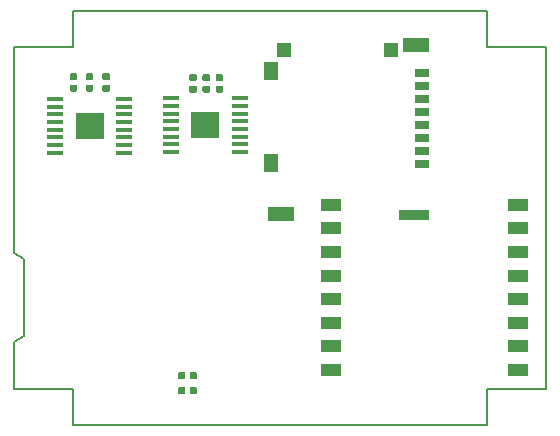
<source format=gbp>
G04 #@! TF.GenerationSoftware,KiCad,Pcbnew,(5.1.4)-1*
G04 #@! TF.CreationDate,2019-10-25T18:25:26-07:00*
G04 #@! TF.ProjectId,mainboard,6d61696e-626f-4617-9264-2e6b69636164,rev?*
G04 #@! TF.SameCoordinates,Original*
G04 #@! TF.FileFunction,Paste,Bot*
G04 #@! TF.FilePolarity,Positive*
%FSLAX46Y46*%
G04 Gerber Fmt 4.6, Leading zero omitted, Abs format (unit mm)*
G04 Created by KiCad (PCBNEW (5.1.4)-1) date 2019-10-25 18:25:26*
%MOMM*%
%LPD*%
G04 APERTURE LIST*
%ADD10C,0.150000*%
%ADD11C,0.100000*%
%ADD12C,0.590000*%
%ADD13R,2.460000X2.310000*%
%ADD14R,1.475000X0.450000*%
%ADD15R,1.800000X1.000000*%
%ADD16R,1.150000X1.500000*%
%ADD17R,2.200000X1.150000*%
%ADD18R,1.200000X1.160000*%
%ADD19R,1.250000X1.160000*%
%ADD20R,2.500000X0.950000*%
%ADD21R,1.240000X0.800000*%
G04 APERTURE END LIST*
D10*
X116700300Y-106041600D02*
X116700300Y-109041600D01*
X116700300Y-74041600D02*
X116700300Y-77041600D01*
X121710300Y-106041600D02*
X116700300Y-106041600D01*
X121710300Y-77041600D02*
X116700300Y-77041600D01*
X81725100Y-77041600D02*
X81725100Y-74041600D01*
X76715100Y-106041600D02*
X76721300Y-102057200D01*
X81725100Y-106041600D02*
X76715100Y-106041600D01*
X81725100Y-77041600D02*
X76715100Y-77041600D01*
X77532900Y-95021400D02*
X76708000Y-94513400D01*
X121710300Y-106041600D02*
X121710300Y-77041600D01*
X77546200Y-101549200D02*
X76721300Y-102057200D01*
X81725100Y-106041600D02*
X81725100Y-109041600D01*
X77532900Y-95021400D02*
X77546200Y-101549200D01*
X81725100Y-109041600D02*
X116700300Y-109041600D01*
X116700300Y-74041600D02*
X81725100Y-74041600D01*
X76715100Y-77041600D02*
X76708000Y-94513400D01*
D11*
G36*
X91055998Y-105842550D02*
G01*
X91070316Y-105844674D01*
X91084357Y-105848191D01*
X91097986Y-105853068D01*
X91111071Y-105859257D01*
X91123487Y-105866698D01*
X91135113Y-105875321D01*
X91145838Y-105885042D01*
X91155559Y-105895767D01*
X91164182Y-105907393D01*
X91171623Y-105919809D01*
X91177812Y-105932894D01*
X91182689Y-105946523D01*
X91186206Y-105960564D01*
X91188330Y-105974882D01*
X91189040Y-105989340D01*
X91189040Y-106334340D01*
X91188330Y-106348798D01*
X91186206Y-106363116D01*
X91182689Y-106377157D01*
X91177812Y-106390786D01*
X91171623Y-106403871D01*
X91164182Y-106416287D01*
X91155559Y-106427913D01*
X91145838Y-106438638D01*
X91135113Y-106448359D01*
X91123487Y-106456982D01*
X91111071Y-106464423D01*
X91097986Y-106470612D01*
X91084357Y-106475489D01*
X91070316Y-106479006D01*
X91055998Y-106481130D01*
X91041540Y-106481840D01*
X90746540Y-106481840D01*
X90732082Y-106481130D01*
X90717764Y-106479006D01*
X90703723Y-106475489D01*
X90690094Y-106470612D01*
X90677009Y-106464423D01*
X90664593Y-106456982D01*
X90652967Y-106448359D01*
X90642242Y-106438638D01*
X90632521Y-106427913D01*
X90623898Y-106416287D01*
X90616457Y-106403871D01*
X90610268Y-106390786D01*
X90605391Y-106377157D01*
X90601874Y-106363116D01*
X90599750Y-106348798D01*
X90599040Y-106334340D01*
X90599040Y-105989340D01*
X90599750Y-105974882D01*
X90601874Y-105960564D01*
X90605391Y-105946523D01*
X90610268Y-105932894D01*
X90616457Y-105919809D01*
X90623898Y-105907393D01*
X90632521Y-105895767D01*
X90642242Y-105885042D01*
X90652967Y-105875321D01*
X90664593Y-105866698D01*
X90677009Y-105859257D01*
X90690094Y-105853068D01*
X90703723Y-105848191D01*
X90717764Y-105844674D01*
X90732082Y-105842550D01*
X90746540Y-105841840D01*
X91041540Y-105841840D01*
X91055998Y-105842550D01*
X91055998Y-105842550D01*
G37*
D12*
X90894040Y-106161840D03*
D11*
G36*
X92025998Y-105842550D02*
G01*
X92040316Y-105844674D01*
X92054357Y-105848191D01*
X92067986Y-105853068D01*
X92081071Y-105859257D01*
X92093487Y-105866698D01*
X92105113Y-105875321D01*
X92115838Y-105885042D01*
X92125559Y-105895767D01*
X92134182Y-105907393D01*
X92141623Y-105919809D01*
X92147812Y-105932894D01*
X92152689Y-105946523D01*
X92156206Y-105960564D01*
X92158330Y-105974882D01*
X92159040Y-105989340D01*
X92159040Y-106334340D01*
X92158330Y-106348798D01*
X92156206Y-106363116D01*
X92152689Y-106377157D01*
X92147812Y-106390786D01*
X92141623Y-106403871D01*
X92134182Y-106416287D01*
X92125559Y-106427913D01*
X92115838Y-106438638D01*
X92105113Y-106448359D01*
X92093487Y-106456982D01*
X92081071Y-106464423D01*
X92067986Y-106470612D01*
X92054357Y-106475489D01*
X92040316Y-106479006D01*
X92025998Y-106481130D01*
X92011540Y-106481840D01*
X91716540Y-106481840D01*
X91702082Y-106481130D01*
X91687764Y-106479006D01*
X91673723Y-106475489D01*
X91660094Y-106470612D01*
X91647009Y-106464423D01*
X91634593Y-106456982D01*
X91622967Y-106448359D01*
X91612242Y-106438638D01*
X91602521Y-106427913D01*
X91593898Y-106416287D01*
X91586457Y-106403871D01*
X91580268Y-106390786D01*
X91575391Y-106377157D01*
X91571874Y-106363116D01*
X91569750Y-106348798D01*
X91569040Y-106334340D01*
X91569040Y-105989340D01*
X91569750Y-105974882D01*
X91571874Y-105960564D01*
X91575391Y-105946523D01*
X91580268Y-105932894D01*
X91586457Y-105919809D01*
X91593898Y-105907393D01*
X91602521Y-105895767D01*
X91612242Y-105885042D01*
X91622967Y-105875321D01*
X91634593Y-105866698D01*
X91647009Y-105859257D01*
X91660094Y-105853068D01*
X91673723Y-105848191D01*
X91687764Y-105844674D01*
X91702082Y-105842550D01*
X91716540Y-105841840D01*
X92011540Y-105841840D01*
X92025998Y-105842550D01*
X92025998Y-105842550D01*
G37*
D12*
X91864040Y-106161840D03*
D11*
G36*
X83270358Y-79281510D02*
G01*
X83284676Y-79283634D01*
X83298717Y-79287151D01*
X83312346Y-79292028D01*
X83325431Y-79298217D01*
X83337847Y-79305658D01*
X83349473Y-79314281D01*
X83360198Y-79324002D01*
X83369919Y-79334727D01*
X83378542Y-79346353D01*
X83385983Y-79358769D01*
X83392172Y-79371854D01*
X83397049Y-79385483D01*
X83400566Y-79399524D01*
X83402690Y-79413842D01*
X83403400Y-79428300D01*
X83403400Y-79723300D01*
X83402690Y-79737758D01*
X83400566Y-79752076D01*
X83397049Y-79766117D01*
X83392172Y-79779746D01*
X83385983Y-79792831D01*
X83378542Y-79805247D01*
X83369919Y-79816873D01*
X83360198Y-79827598D01*
X83349473Y-79837319D01*
X83337847Y-79845942D01*
X83325431Y-79853383D01*
X83312346Y-79859572D01*
X83298717Y-79864449D01*
X83284676Y-79867966D01*
X83270358Y-79870090D01*
X83255900Y-79870800D01*
X82910900Y-79870800D01*
X82896442Y-79870090D01*
X82882124Y-79867966D01*
X82868083Y-79864449D01*
X82854454Y-79859572D01*
X82841369Y-79853383D01*
X82828953Y-79845942D01*
X82817327Y-79837319D01*
X82806602Y-79827598D01*
X82796881Y-79816873D01*
X82788258Y-79805247D01*
X82780817Y-79792831D01*
X82774628Y-79779746D01*
X82769751Y-79766117D01*
X82766234Y-79752076D01*
X82764110Y-79737758D01*
X82763400Y-79723300D01*
X82763400Y-79428300D01*
X82764110Y-79413842D01*
X82766234Y-79399524D01*
X82769751Y-79385483D01*
X82774628Y-79371854D01*
X82780817Y-79358769D01*
X82788258Y-79346353D01*
X82796881Y-79334727D01*
X82806602Y-79324002D01*
X82817327Y-79314281D01*
X82828953Y-79305658D01*
X82841369Y-79298217D01*
X82854454Y-79292028D01*
X82868083Y-79287151D01*
X82882124Y-79283634D01*
X82896442Y-79281510D01*
X82910900Y-79280800D01*
X83255900Y-79280800D01*
X83270358Y-79281510D01*
X83270358Y-79281510D01*
G37*
D12*
X83083400Y-79575800D03*
D11*
G36*
X83270358Y-80251510D02*
G01*
X83284676Y-80253634D01*
X83298717Y-80257151D01*
X83312346Y-80262028D01*
X83325431Y-80268217D01*
X83337847Y-80275658D01*
X83349473Y-80284281D01*
X83360198Y-80294002D01*
X83369919Y-80304727D01*
X83378542Y-80316353D01*
X83385983Y-80328769D01*
X83392172Y-80341854D01*
X83397049Y-80355483D01*
X83400566Y-80369524D01*
X83402690Y-80383842D01*
X83403400Y-80398300D01*
X83403400Y-80693300D01*
X83402690Y-80707758D01*
X83400566Y-80722076D01*
X83397049Y-80736117D01*
X83392172Y-80749746D01*
X83385983Y-80762831D01*
X83378542Y-80775247D01*
X83369919Y-80786873D01*
X83360198Y-80797598D01*
X83349473Y-80807319D01*
X83337847Y-80815942D01*
X83325431Y-80823383D01*
X83312346Y-80829572D01*
X83298717Y-80834449D01*
X83284676Y-80837966D01*
X83270358Y-80840090D01*
X83255900Y-80840800D01*
X82910900Y-80840800D01*
X82896442Y-80840090D01*
X82882124Y-80837966D01*
X82868083Y-80834449D01*
X82854454Y-80829572D01*
X82841369Y-80823383D01*
X82828953Y-80815942D01*
X82817327Y-80807319D01*
X82806602Y-80797598D01*
X82796881Y-80786873D01*
X82788258Y-80775247D01*
X82780817Y-80762831D01*
X82774628Y-80749746D01*
X82769751Y-80736117D01*
X82766234Y-80722076D01*
X82764110Y-80707758D01*
X82763400Y-80693300D01*
X82763400Y-80398300D01*
X82764110Y-80383842D01*
X82766234Y-80369524D01*
X82769751Y-80355483D01*
X82774628Y-80341854D01*
X82780817Y-80328769D01*
X82788258Y-80316353D01*
X82796881Y-80304727D01*
X82806602Y-80294002D01*
X82817327Y-80284281D01*
X82828953Y-80275658D01*
X82841369Y-80268217D01*
X82854454Y-80262028D01*
X82868083Y-80257151D01*
X82882124Y-80253634D01*
X82896442Y-80251510D01*
X82910900Y-80250800D01*
X83255900Y-80250800D01*
X83270358Y-80251510D01*
X83270358Y-80251510D01*
G37*
D12*
X83083400Y-80545800D03*
D13*
X83083400Y-83743800D03*
D14*
X86021400Y-86018800D03*
X86021400Y-85368800D03*
X86021400Y-84718800D03*
X86021400Y-84068800D03*
X86021400Y-83418800D03*
X86021400Y-82768800D03*
X86021400Y-82118800D03*
X86021400Y-81468800D03*
X80145400Y-81468800D03*
X80145400Y-82118800D03*
X80145400Y-82768800D03*
X80145400Y-83418800D03*
X80145400Y-84068800D03*
X80145400Y-84718800D03*
X80145400Y-85368800D03*
X80145400Y-86018800D03*
D13*
X92887800Y-83667600D03*
D14*
X89949800Y-81392600D03*
X89949800Y-82042600D03*
X89949800Y-82692600D03*
X89949800Y-83342600D03*
X89949800Y-83992600D03*
X89949800Y-84642600D03*
X89949800Y-85292600D03*
X89949800Y-85942600D03*
X95825800Y-85942600D03*
X95825800Y-85292600D03*
X95825800Y-84642600D03*
X95825800Y-83992600D03*
X95825800Y-83342600D03*
X95825800Y-82692600D03*
X95825800Y-82042600D03*
X95825800Y-81392600D03*
D15*
X119355200Y-104409000D03*
X119355200Y-102409000D03*
X119355200Y-100409000D03*
X119355200Y-98409000D03*
X119355200Y-96409000D03*
X119355200Y-94409000D03*
X119355200Y-92409000D03*
X119355200Y-90409000D03*
X103555200Y-90409000D03*
X103555200Y-92409000D03*
X103555200Y-94409000D03*
X103555200Y-96409000D03*
X103555200Y-98409000D03*
X103555200Y-100409000D03*
X103555200Y-102409000D03*
X103555200Y-104409000D03*
D16*
X98463200Y-79134000D03*
X98463200Y-86914000D03*
D17*
X99258200Y-91219000D03*
D18*
X99588200Y-77334000D03*
D19*
X108588200Y-77334000D03*
D17*
X110738200Y-76929000D03*
D20*
X110588200Y-91319000D03*
D21*
X111218200Y-79274000D03*
X111218200Y-80374000D03*
X111218200Y-81474000D03*
X111218200Y-82574000D03*
X111218200Y-83674000D03*
X111218200Y-84774000D03*
X111218200Y-85874000D03*
X111218200Y-86974000D03*
D11*
G36*
X91055998Y-104572550D02*
G01*
X91070316Y-104574674D01*
X91084357Y-104578191D01*
X91097986Y-104583068D01*
X91111071Y-104589257D01*
X91123487Y-104596698D01*
X91135113Y-104605321D01*
X91145838Y-104615042D01*
X91155559Y-104625767D01*
X91164182Y-104637393D01*
X91171623Y-104649809D01*
X91177812Y-104662894D01*
X91182689Y-104676523D01*
X91186206Y-104690564D01*
X91188330Y-104704882D01*
X91189040Y-104719340D01*
X91189040Y-105064340D01*
X91188330Y-105078798D01*
X91186206Y-105093116D01*
X91182689Y-105107157D01*
X91177812Y-105120786D01*
X91171623Y-105133871D01*
X91164182Y-105146287D01*
X91155559Y-105157913D01*
X91145838Y-105168638D01*
X91135113Y-105178359D01*
X91123487Y-105186982D01*
X91111071Y-105194423D01*
X91097986Y-105200612D01*
X91084357Y-105205489D01*
X91070316Y-105209006D01*
X91055998Y-105211130D01*
X91041540Y-105211840D01*
X90746540Y-105211840D01*
X90732082Y-105211130D01*
X90717764Y-105209006D01*
X90703723Y-105205489D01*
X90690094Y-105200612D01*
X90677009Y-105194423D01*
X90664593Y-105186982D01*
X90652967Y-105178359D01*
X90642242Y-105168638D01*
X90632521Y-105157913D01*
X90623898Y-105146287D01*
X90616457Y-105133871D01*
X90610268Y-105120786D01*
X90605391Y-105107157D01*
X90601874Y-105093116D01*
X90599750Y-105078798D01*
X90599040Y-105064340D01*
X90599040Y-104719340D01*
X90599750Y-104704882D01*
X90601874Y-104690564D01*
X90605391Y-104676523D01*
X90610268Y-104662894D01*
X90616457Y-104649809D01*
X90623898Y-104637393D01*
X90632521Y-104625767D01*
X90642242Y-104615042D01*
X90652967Y-104605321D01*
X90664593Y-104596698D01*
X90677009Y-104589257D01*
X90690094Y-104583068D01*
X90703723Y-104578191D01*
X90717764Y-104574674D01*
X90732082Y-104572550D01*
X90746540Y-104571840D01*
X91041540Y-104571840D01*
X91055998Y-104572550D01*
X91055998Y-104572550D01*
G37*
D12*
X90894040Y-104891840D03*
D11*
G36*
X92025998Y-104572550D02*
G01*
X92040316Y-104574674D01*
X92054357Y-104578191D01*
X92067986Y-104583068D01*
X92081071Y-104589257D01*
X92093487Y-104596698D01*
X92105113Y-104605321D01*
X92115838Y-104615042D01*
X92125559Y-104625767D01*
X92134182Y-104637393D01*
X92141623Y-104649809D01*
X92147812Y-104662894D01*
X92152689Y-104676523D01*
X92156206Y-104690564D01*
X92158330Y-104704882D01*
X92159040Y-104719340D01*
X92159040Y-105064340D01*
X92158330Y-105078798D01*
X92156206Y-105093116D01*
X92152689Y-105107157D01*
X92147812Y-105120786D01*
X92141623Y-105133871D01*
X92134182Y-105146287D01*
X92125559Y-105157913D01*
X92115838Y-105168638D01*
X92105113Y-105178359D01*
X92093487Y-105186982D01*
X92081071Y-105194423D01*
X92067986Y-105200612D01*
X92054357Y-105205489D01*
X92040316Y-105209006D01*
X92025998Y-105211130D01*
X92011540Y-105211840D01*
X91716540Y-105211840D01*
X91702082Y-105211130D01*
X91687764Y-105209006D01*
X91673723Y-105205489D01*
X91660094Y-105200612D01*
X91647009Y-105194423D01*
X91634593Y-105186982D01*
X91622967Y-105178359D01*
X91612242Y-105168638D01*
X91602521Y-105157913D01*
X91593898Y-105146287D01*
X91586457Y-105133871D01*
X91580268Y-105120786D01*
X91575391Y-105107157D01*
X91571874Y-105093116D01*
X91569750Y-105078798D01*
X91569040Y-105064340D01*
X91569040Y-104719340D01*
X91569750Y-104704882D01*
X91571874Y-104690564D01*
X91575391Y-104676523D01*
X91580268Y-104662894D01*
X91586457Y-104649809D01*
X91593898Y-104637393D01*
X91602521Y-104625767D01*
X91612242Y-104615042D01*
X91622967Y-104605321D01*
X91634593Y-104596698D01*
X91647009Y-104589257D01*
X91660094Y-104583068D01*
X91673723Y-104578191D01*
X91687764Y-104574674D01*
X91702082Y-104572550D01*
X91716540Y-104571840D01*
X92011540Y-104571840D01*
X92025998Y-104572550D01*
X92025998Y-104572550D01*
G37*
D12*
X91864040Y-104891840D03*
D11*
G36*
X93150958Y-80327710D02*
G01*
X93165276Y-80329834D01*
X93179317Y-80333351D01*
X93192946Y-80338228D01*
X93206031Y-80344417D01*
X93218447Y-80351858D01*
X93230073Y-80360481D01*
X93240798Y-80370202D01*
X93250519Y-80380927D01*
X93259142Y-80392553D01*
X93266583Y-80404969D01*
X93272772Y-80418054D01*
X93277649Y-80431683D01*
X93281166Y-80445724D01*
X93283290Y-80460042D01*
X93284000Y-80474500D01*
X93284000Y-80769500D01*
X93283290Y-80783958D01*
X93281166Y-80798276D01*
X93277649Y-80812317D01*
X93272772Y-80825946D01*
X93266583Y-80839031D01*
X93259142Y-80851447D01*
X93250519Y-80863073D01*
X93240798Y-80873798D01*
X93230073Y-80883519D01*
X93218447Y-80892142D01*
X93206031Y-80899583D01*
X93192946Y-80905772D01*
X93179317Y-80910649D01*
X93165276Y-80914166D01*
X93150958Y-80916290D01*
X93136500Y-80917000D01*
X92791500Y-80917000D01*
X92777042Y-80916290D01*
X92762724Y-80914166D01*
X92748683Y-80910649D01*
X92735054Y-80905772D01*
X92721969Y-80899583D01*
X92709553Y-80892142D01*
X92697927Y-80883519D01*
X92687202Y-80873798D01*
X92677481Y-80863073D01*
X92668858Y-80851447D01*
X92661417Y-80839031D01*
X92655228Y-80825946D01*
X92650351Y-80812317D01*
X92646834Y-80798276D01*
X92644710Y-80783958D01*
X92644000Y-80769500D01*
X92644000Y-80474500D01*
X92644710Y-80460042D01*
X92646834Y-80445724D01*
X92650351Y-80431683D01*
X92655228Y-80418054D01*
X92661417Y-80404969D01*
X92668858Y-80392553D01*
X92677481Y-80380927D01*
X92687202Y-80370202D01*
X92697927Y-80360481D01*
X92709553Y-80351858D01*
X92721969Y-80344417D01*
X92735054Y-80338228D01*
X92748683Y-80333351D01*
X92762724Y-80329834D01*
X92777042Y-80327710D01*
X92791500Y-80327000D01*
X93136500Y-80327000D01*
X93150958Y-80327710D01*
X93150958Y-80327710D01*
G37*
D12*
X92964000Y-80622000D03*
D11*
G36*
X93150958Y-79357710D02*
G01*
X93165276Y-79359834D01*
X93179317Y-79363351D01*
X93192946Y-79368228D01*
X93206031Y-79374417D01*
X93218447Y-79381858D01*
X93230073Y-79390481D01*
X93240798Y-79400202D01*
X93250519Y-79410927D01*
X93259142Y-79422553D01*
X93266583Y-79434969D01*
X93272772Y-79448054D01*
X93277649Y-79461683D01*
X93281166Y-79475724D01*
X93283290Y-79490042D01*
X93284000Y-79504500D01*
X93284000Y-79799500D01*
X93283290Y-79813958D01*
X93281166Y-79828276D01*
X93277649Y-79842317D01*
X93272772Y-79855946D01*
X93266583Y-79869031D01*
X93259142Y-79881447D01*
X93250519Y-79893073D01*
X93240798Y-79903798D01*
X93230073Y-79913519D01*
X93218447Y-79922142D01*
X93206031Y-79929583D01*
X93192946Y-79935772D01*
X93179317Y-79940649D01*
X93165276Y-79944166D01*
X93150958Y-79946290D01*
X93136500Y-79947000D01*
X92791500Y-79947000D01*
X92777042Y-79946290D01*
X92762724Y-79944166D01*
X92748683Y-79940649D01*
X92735054Y-79935772D01*
X92721969Y-79929583D01*
X92709553Y-79922142D01*
X92697927Y-79913519D01*
X92687202Y-79903798D01*
X92677481Y-79893073D01*
X92668858Y-79881447D01*
X92661417Y-79869031D01*
X92655228Y-79855946D01*
X92650351Y-79842317D01*
X92646834Y-79828276D01*
X92644710Y-79813958D01*
X92644000Y-79799500D01*
X92644000Y-79504500D01*
X92644710Y-79490042D01*
X92646834Y-79475724D01*
X92650351Y-79461683D01*
X92655228Y-79448054D01*
X92661417Y-79434969D01*
X92668858Y-79422553D01*
X92677481Y-79410927D01*
X92687202Y-79400202D01*
X92697927Y-79390481D01*
X92709553Y-79381858D01*
X92721969Y-79374417D01*
X92735054Y-79368228D01*
X92748683Y-79363351D01*
X92762724Y-79359834D01*
X92777042Y-79357710D01*
X92791500Y-79357000D01*
X93136500Y-79357000D01*
X93150958Y-79357710D01*
X93150958Y-79357710D01*
G37*
D12*
X92964000Y-79652000D03*
D11*
G36*
X94268558Y-79360110D02*
G01*
X94282876Y-79362234D01*
X94296917Y-79365751D01*
X94310546Y-79370628D01*
X94323631Y-79376817D01*
X94336047Y-79384258D01*
X94347673Y-79392881D01*
X94358398Y-79402602D01*
X94368119Y-79413327D01*
X94376742Y-79424953D01*
X94384183Y-79437369D01*
X94390372Y-79450454D01*
X94395249Y-79464083D01*
X94398766Y-79478124D01*
X94400890Y-79492442D01*
X94401600Y-79506900D01*
X94401600Y-79801900D01*
X94400890Y-79816358D01*
X94398766Y-79830676D01*
X94395249Y-79844717D01*
X94390372Y-79858346D01*
X94384183Y-79871431D01*
X94376742Y-79883847D01*
X94368119Y-79895473D01*
X94358398Y-79906198D01*
X94347673Y-79915919D01*
X94336047Y-79924542D01*
X94323631Y-79931983D01*
X94310546Y-79938172D01*
X94296917Y-79943049D01*
X94282876Y-79946566D01*
X94268558Y-79948690D01*
X94254100Y-79949400D01*
X93909100Y-79949400D01*
X93894642Y-79948690D01*
X93880324Y-79946566D01*
X93866283Y-79943049D01*
X93852654Y-79938172D01*
X93839569Y-79931983D01*
X93827153Y-79924542D01*
X93815527Y-79915919D01*
X93804802Y-79906198D01*
X93795081Y-79895473D01*
X93786458Y-79883847D01*
X93779017Y-79871431D01*
X93772828Y-79858346D01*
X93767951Y-79844717D01*
X93764434Y-79830676D01*
X93762310Y-79816358D01*
X93761600Y-79801900D01*
X93761600Y-79506900D01*
X93762310Y-79492442D01*
X93764434Y-79478124D01*
X93767951Y-79464083D01*
X93772828Y-79450454D01*
X93779017Y-79437369D01*
X93786458Y-79424953D01*
X93795081Y-79413327D01*
X93804802Y-79402602D01*
X93815527Y-79392881D01*
X93827153Y-79384258D01*
X93839569Y-79376817D01*
X93852654Y-79370628D01*
X93866283Y-79365751D01*
X93880324Y-79362234D01*
X93894642Y-79360110D01*
X93909100Y-79359400D01*
X94254100Y-79359400D01*
X94268558Y-79360110D01*
X94268558Y-79360110D01*
G37*
D12*
X94081600Y-79654400D03*
D11*
G36*
X94268558Y-80330110D02*
G01*
X94282876Y-80332234D01*
X94296917Y-80335751D01*
X94310546Y-80340628D01*
X94323631Y-80346817D01*
X94336047Y-80354258D01*
X94347673Y-80362881D01*
X94358398Y-80372602D01*
X94368119Y-80383327D01*
X94376742Y-80394953D01*
X94384183Y-80407369D01*
X94390372Y-80420454D01*
X94395249Y-80434083D01*
X94398766Y-80448124D01*
X94400890Y-80462442D01*
X94401600Y-80476900D01*
X94401600Y-80771900D01*
X94400890Y-80786358D01*
X94398766Y-80800676D01*
X94395249Y-80814717D01*
X94390372Y-80828346D01*
X94384183Y-80841431D01*
X94376742Y-80853847D01*
X94368119Y-80865473D01*
X94358398Y-80876198D01*
X94347673Y-80885919D01*
X94336047Y-80894542D01*
X94323631Y-80901983D01*
X94310546Y-80908172D01*
X94296917Y-80913049D01*
X94282876Y-80916566D01*
X94268558Y-80918690D01*
X94254100Y-80919400D01*
X93909100Y-80919400D01*
X93894642Y-80918690D01*
X93880324Y-80916566D01*
X93866283Y-80913049D01*
X93852654Y-80908172D01*
X93839569Y-80901983D01*
X93827153Y-80894542D01*
X93815527Y-80885919D01*
X93804802Y-80876198D01*
X93795081Y-80865473D01*
X93786458Y-80853847D01*
X93779017Y-80841431D01*
X93772828Y-80828346D01*
X93767951Y-80814717D01*
X93764434Y-80800676D01*
X93762310Y-80786358D01*
X93761600Y-80771900D01*
X93761600Y-80476900D01*
X93762310Y-80462442D01*
X93764434Y-80448124D01*
X93767951Y-80434083D01*
X93772828Y-80420454D01*
X93779017Y-80407369D01*
X93786458Y-80394953D01*
X93795081Y-80383327D01*
X93804802Y-80372602D01*
X93815527Y-80362881D01*
X93827153Y-80354258D01*
X93839569Y-80346817D01*
X93852654Y-80340628D01*
X93866283Y-80335751D01*
X93880324Y-80332234D01*
X93894642Y-80330110D01*
X93909100Y-80329400D01*
X94254100Y-80329400D01*
X94268558Y-80330110D01*
X94268558Y-80330110D01*
G37*
D12*
X94081600Y-80624400D03*
D11*
G36*
X92033358Y-79357710D02*
G01*
X92047676Y-79359834D01*
X92061717Y-79363351D01*
X92075346Y-79368228D01*
X92088431Y-79374417D01*
X92100847Y-79381858D01*
X92112473Y-79390481D01*
X92123198Y-79400202D01*
X92132919Y-79410927D01*
X92141542Y-79422553D01*
X92148983Y-79434969D01*
X92155172Y-79448054D01*
X92160049Y-79461683D01*
X92163566Y-79475724D01*
X92165690Y-79490042D01*
X92166400Y-79504500D01*
X92166400Y-79799500D01*
X92165690Y-79813958D01*
X92163566Y-79828276D01*
X92160049Y-79842317D01*
X92155172Y-79855946D01*
X92148983Y-79869031D01*
X92141542Y-79881447D01*
X92132919Y-79893073D01*
X92123198Y-79903798D01*
X92112473Y-79913519D01*
X92100847Y-79922142D01*
X92088431Y-79929583D01*
X92075346Y-79935772D01*
X92061717Y-79940649D01*
X92047676Y-79944166D01*
X92033358Y-79946290D01*
X92018900Y-79947000D01*
X91673900Y-79947000D01*
X91659442Y-79946290D01*
X91645124Y-79944166D01*
X91631083Y-79940649D01*
X91617454Y-79935772D01*
X91604369Y-79929583D01*
X91591953Y-79922142D01*
X91580327Y-79913519D01*
X91569602Y-79903798D01*
X91559881Y-79893073D01*
X91551258Y-79881447D01*
X91543817Y-79869031D01*
X91537628Y-79855946D01*
X91532751Y-79842317D01*
X91529234Y-79828276D01*
X91527110Y-79813958D01*
X91526400Y-79799500D01*
X91526400Y-79504500D01*
X91527110Y-79490042D01*
X91529234Y-79475724D01*
X91532751Y-79461683D01*
X91537628Y-79448054D01*
X91543817Y-79434969D01*
X91551258Y-79422553D01*
X91559881Y-79410927D01*
X91569602Y-79400202D01*
X91580327Y-79390481D01*
X91591953Y-79381858D01*
X91604369Y-79374417D01*
X91617454Y-79368228D01*
X91631083Y-79363351D01*
X91645124Y-79359834D01*
X91659442Y-79357710D01*
X91673900Y-79357000D01*
X92018900Y-79357000D01*
X92033358Y-79357710D01*
X92033358Y-79357710D01*
G37*
D12*
X91846400Y-79652000D03*
D11*
G36*
X92033358Y-80327710D02*
G01*
X92047676Y-80329834D01*
X92061717Y-80333351D01*
X92075346Y-80338228D01*
X92088431Y-80344417D01*
X92100847Y-80351858D01*
X92112473Y-80360481D01*
X92123198Y-80370202D01*
X92132919Y-80380927D01*
X92141542Y-80392553D01*
X92148983Y-80404969D01*
X92155172Y-80418054D01*
X92160049Y-80431683D01*
X92163566Y-80445724D01*
X92165690Y-80460042D01*
X92166400Y-80474500D01*
X92166400Y-80769500D01*
X92165690Y-80783958D01*
X92163566Y-80798276D01*
X92160049Y-80812317D01*
X92155172Y-80825946D01*
X92148983Y-80839031D01*
X92141542Y-80851447D01*
X92132919Y-80863073D01*
X92123198Y-80873798D01*
X92112473Y-80883519D01*
X92100847Y-80892142D01*
X92088431Y-80899583D01*
X92075346Y-80905772D01*
X92061717Y-80910649D01*
X92047676Y-80914166D01*
X92033358Y-80916290D01*
X92018900Y-80917000D01*
X91673900Y-80917000D01*
X91659442Y-80916290D01*
X91645124Y-80914166D01*
X91631083Y-80910649D01*
X91617454Y-80905772D01*
X91604369Y-80899583D01*
X91591953Y-80892142D01*
X91580327Y-80883519D01*
X91569602Y-80873798D01*
X91559881Y-80863073D01*
X91551258Y-80851447D01*
X91543817Y-80839031D01*
X91537628Y-80825946D01*
X91532751Y-80812317D01*
X91529234Y-80798276D01*
X91527110Y-80783958D01*
X91526400Y-80769500D01*
X91526400Y-80474500D01*
X91527110Y-80460042D01*
X91529234Y-80445724D01*
X91532751Y-80431683D01*
X91537628Y-80418054D01*
X91543817Y-80404969D01*
X91551258Y-80392553D01*
X91559881Y-80380927D01*
X91569602Y-80370202D01*
X91580327Y-80360481D01*
X91591953Y-80351858D01*
X91604369Y-80344417D01*
X91617454Y-80338228D01*
X91631083Y-80333351D01*
X91645124Y-80329834D01*
X91659442Y-80327710D01*
X91673900Y-80327000D01*
X92018900Y-80327000D01*
X92033358Y-80327710D01*
X92033358Y-80327710D01*
G37*
D12*
X91846400Y-80622000D03*
D11*
G36*
X84667358Y-80251510D02*
G01*
X84681676Y-80253634D01*
X84695717Y-80257151D01*
X84709346Y-80262028D01*
X84722431Y-80268217D01*
X84734847Y-80275658D01*
X84746473Y-80284281D01*
X84757198Y-80294002D01*
X84766919Y-80304727D01*
X84775542Y-80316353D01*
X84782983Y-80328769D01*
X84789172Y-80341854D01*
X84794049Y-80355483D01*
X84797566Y-80369524D01*
X84799690Y-80383842D01*
X84800400Y-80398300D01*
X84800400Y-80693300D01*
X84799690Y-80707758D01*
X84797566Y-80722076D01*
X84794049Y-80736117D01*
X84789172Y-80749746D01*
X84782983Y-80762831D01*
X84775542Y-80775247D01*
X84766919Y-80786873D01*
X84757198Y-80797598D01*
X84746473Y-80807319D01*
X84734847Y-80815942D01*
X84722431Y-80823383D01*
X84709346Y-80829572D01*
X84695717Y-80834449D01*
X84681676Y-80837966D01*
X84667358Y-80840090D01*
X84652900Y-80840800D01*
X84307900Y-80840800D01*
X84293442Y-80840090D01*
X84279124Y-80837966D01*
X84265083Y-80834449D01*
X84251454Y-80829572D01*
X84238369Y-80823383D01*
X84225953Y-80815942D01*
X84214327Y-80807319D01*
X84203602Y-80797598D01*
X84193881Y-80786873D01*
X84185258Y-80775247D01*
X84177817Y-80762831D01*
X84171628Y-80749746D01*
X84166751Y-80736117D01*
X84163234Y-80722076D01*
X84161110Y-80707758D01*
X84160400Y-80693300D01*
X84160400Y-80398300D01*
X84161110Y-80383842D01*
X84163234Y-80369524D01*
X84166751Y-80355483D01*
X84171628Y-80341854D01*
X84177817Y-80328769D01*
X84185258Y-80316353D01*
X84193881Y-80304727D01*
X84203602Y-80294002D01*
X84214327Y-80284281D01*
X84225953Y-80275658D01*
X84238369Y-80268217D01*
X84251454Y-80262028D01*
X84265083Y-80257151D01*
X84279124Y-80253634D01*
X84293442Y-80251510D01*
X84307900Y-80250800D01*
X84652900Y-80250800D01*
X84667358Y-80251510D01*
X84667358Y-80251510D01*
G37*
D12*
X84480400Y-80545800D03*
D11*
G36*
X84667358Y-79281510D02*
G01*
X84681676Y-79283634D01*
X84695717Y-79287151D01*
X84709346Y-79292028D01*
X84722431Y-79298217D01*
X84734847Y-79305658D01*
X84746473Y-79314281D01*
X84757198Y-79324002D01*
X84766919Y-79334727D01*
X84775542Y-79346353D01*
X84782983Y-79358769D01*
X84789172Y-79371854D01*
X84794049Y-79385483D01*
X84797566Y-79399524D01*
X84799690Y-79413842D01*
X84800400Y-79428300D01*
X84800400Y-79723300D01*
X84799690Y-79737758D01*
X84797566Y-79752076D01*
X84794049Y-79766117D01*
X84789172Y-79779746D01*
X84782983Y-79792831D01*
X84775542Y-79805247D01*
X84766919Y-79816873D01*
X84757198Y-79827598D01*
X84746473Y-79837319D01*
X84734847Y-79845942D01*
X84722431Y-79853383D01*
X84709346Y-79859572D01*
X84695717Y-79864449D01*
X84681676Y-79867966D01*
X84667358Y-79870090D01*
X84652900Y-79870800D01*
X84307900Y-79870800D01*
X84293442Y-79870090D01*
X84279124Y-79867966D01*
X84265083Y-79864449D01*
X84251454Y-79859572D01*
X84238369Y-79853383D01*
X84225953Y-79845942D01*
X84214327Y-79837319D01*
X84203602Y-79827598D01*
X84193881Y-79816873D01*
X84185258Y-79805247D01*
X84177817Y-79792831D01*
X84171628Y-79779746D01*
X84166751Y-79766117D01*
X84163234Y-79752076D01*
X84161110Y-79737758D01*
X84160400Y-79723300D01*
X84160400Y-79428300D01*
X84161110Y-79413842D01*
X84163234Y-79399524D01*
X84166751Y-79385483D01*
X84171628Y-79371854D01*
X84177817Y-79358769D01*
X84185258Y-79346353D01*
X84193881Y-79334727D01*
X84203602Y-79324002D01*
X84214327Y-79314281D01*
X84225953Y-79305658D01*
X84238369Y-79298217D01*
X84251454Y-79292028D01*
X84265083Y-79287151D01*
X84279124Y-79283634D01*
X84293442Y-79281510D01*
X84307900Y-79280800D01*
X84652900Y-79280800D01*
X84667358Y-79281510D01*
X84667358Y-79281510D01*
G37*
D12*
X84480400Y-79575800D03*
D11*
G36*
X81924158Y-79281510D02*
G01*
X81938476Y-79283634D01*
X81952517Y-79287151D01*
X81966146Y-79292028D01*
X81979231Y-79298217D01*
X81991647Y-79305658D01*
X82003273Y-79314281D01*
X82013998Y-79324002D01*
X82023719Y-79334727D01*
X82032342Y-79346353D01*
X82039783Y-79358769D01*
X82045972Y-79371854D01*
X82050849Y-79385483D01*
X82054366Y-79399524D01*
X82056490Y-79413842D01*
X82057200Y-79428300D01*
X82057200Y-79723300D01*
X82056490Y-79737758D01*
X82054366Y-79752076D01*
X82050849Y-79766117D01*
X82045972Y-79779746D01*
X82039783Y-79792831D01*
X82032342Y-79805247D01*
X82023719Y-79816873D01*
X82013998Y-79827598D01*
X82003273Y-79837319D01*
X81991647Y-79845942D01*
X81979231Y-79853383D01*
X81966146Y-79859572D01*
X81952517Y-79864449D01*
X81938476Y-79867966D01*
X81924158Y-79870090D01*
X81909700Y-79870800D01*
X81564700Y-79870800D01*
X81550242Y-79870090D01*
X81535924Y-79867966D01*
X81521883Y-79864449D01*
X81508254Y-79859572D01*
X81495169Y-79853383D01*
X81482753Y-79845942D01*
X81471127Y-79837319D01*
X81460402Y-79827598D01*
X81450681Y-79816873D01*
X81442058Y-79805247D01*
X81434617Y-79792831D01*
X81428428Y-79779746D01*
X81423551Y-79766117D01*
X81420034Y-79752076D01*
X81417910Y-79737758D01*
X81417200Y-79723300D01*
X81417200Y-79428300D01*
X81417910Y-79413842D01*
X81420034Y-79399524D01*
X81423551Y-79385483D01*
X81428428Y-79371854D01*
X81434617Y-79358769D01*
X81442058Y-79346353D01*
X81450681Y-79334727D01*
X81460402Y-79324002D01*
X81471127Y-79314281D01*
X81482753Y-79305658D01*
X81495169Y-79298217D01*
X81508254Y-79292028D01*
X81521883Y-79287151D01*
X81535924Y-79283634D01*
X81550242Y-79281510D01*
X81564700Y-79280800D01*
X81909700Y-79280800D01*
X81924158Y-79281510D01*
X81924158Y-79281510D01*
G37*
D12*
X81737200Y-79575800D03*
D11*
G36*
X81924158Y-80251510D02*
G01*
X81938476Y-80253634D01*
X81952517Y-80257151D01*
X81966146Y-80262028D01*
X81979231Y-80268217D01*
X81991647Y-80275658D01*
X82003273Y-80284281D01*
X82013998Y-80294002D01*
X82023719Y-80304727D01*
X82032342Y-80316353D01*
X82039783Y-80328769D01*
X82045972Y-80341854D01*
X82050849Y-80355483D01*
X82054366Y-80369524D01*
X82056490Y-80383842D01*
X82057200Y-80398300D01*
X82057200Y-80693300D01*
X82056490Y-80707758D01*
X82054366Y-80722076D01*
X82050849Y-80736117D01*
X82045972Y-80749746D01*
X82039783Y-80762831D01*
X82032342Y-80775247D01*
X82023719Y-80786873D01*
X82013998Y-80797598D01*
X82003273Y-80807319D01*
X81991647Y-80815942D01*
X81979231Y-80823383D01*
X81966146Y-80829572D01*
X81952517Y-80834449D01*
X81938476Y-80837966D01*
X81924158Y-80840090D01*
X81909700Y-80840800D01*
X81564700Y-80840800D01*
X81550242Y-80840090D01*
X81535924Y-80837966D01*
X81521883Y-80834449D01*
X81508254Y-80829572D01*
X81495169Y-80823383D01*
X81482753Y-80815942D01*
X81471127Y-80807319D01*
X81460402Y-80797598D01*
X81450681Y-80786873D01*
X81442058Y-80775247D01*
X81434617Y-80762831D01*
X81428428Y-80749746D01*
X81423551Y-80736117D01*
X81420034Y-80722076D01*
X81417910Y-80707758D01*
X81417200Y-80693300D01*
X81417200Y-80398300D01*
X81417910Y-80383842D01*
X81420034Y-80369524D01*
X81423551Y-80355483D01*
X81428428Y-80341854D01*
X81434617Y-80328769D01*
X81442058Y-80316353D01*
X81450681Y-80304727D01*
X81460402Y-80294002D01*
X81471127Y-80284281D01*
X81482753Y-80275658D01*
X81495169Y-80268217D01*
X81508254Y-80262028D01*
X81521883Y-80257151D01*
X81535924Y-80253634D01*
X81550242Y-80251510D01*
X81564700Y-80250800D01*
X81909700Y-80250800D01*
X81924158Y-80251510D01*
X81924158Y-80251510D01*
G37*
D12*
X81737200Y-80545800D03*
M02*

</source>
